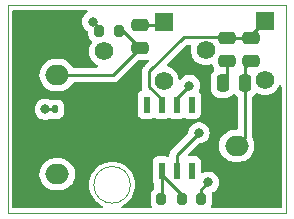
<source format=gbr>
%TF.GenerationSoftware,KiCad,Pcbnew,8.0.4-8.0.4-0~ubuntu22.04.1*%
%TF.CreationDate,2024-09-04T03:05:11+05:30*%
%TF.ProjectId,microphone_smd.step,6d696372-6f70-4686-9f6e-655f736d642e,v01*%
%TF.SameCoordinates,Original*%
%TF.FileFunction,Copper,L2,Bot*%
%TF.FilePolarity,Positive*%
%FSLAX46Y46*%
G04 Gerber Fmt 4.6, Leading zero omitted, Abs format (unit mm)*
G04 Created by KiCad (PCBNEW 8.0.4-8.0.4-0~ubuntu22.04.1) date 2024-09-04 03:05:11*
%MOMM*%
%LPD*%
G01*
G04 APERTURE LIST*
G04 Aperture macros list*
%AMRoundRect*
0 Rectangle with rounded corners*
0 $1 Rounding radius*
0 $2 $3 $4 $5 $6 $7 $8 $9 X,Y pos of 4 corners*
0 Add a 4 corners polygon primitive as box body*
4,1,4,$2,$3,$4,$5,$6,$7,$8,$9,$2,$3,0*
0 Add four circle primitives for the rounded corners*
1,1,$1+$1,$2,$3*
1,1,$1+$1,$4,$5*
1,1,$1+$1,$6,$7*
1,1,$1+$1,$8,$9*
0 Add four rect primitives between the rounded corners*
20,1,$1+$1,$2,$3,$4,$5,0*
20,1,$1+$1,$4,$5,$6,$7,0*
20,1,$1+$1,$6,$7,$8,$9,0*
20,1,$1+$1,$8,$9,$2,$3,0*%
G04 Aperture macros list end*
%TA.AperFunction,ComponentPad*%
%ADD10R,1.560000X1.560000*%
%TD*%
%TA.AperFunction,ComponentPad*%
%ADD11C,1.560000*%
%TD*%
%TA.AperFunction,ComponentPad*%
%ADD12RoundRect,0.250000X-0.750000X0.600000X-0.750000X-0.600000X0.750000X-0.600000X0.750000X0.600000X0*%
%TD*%
%TA.AperFunction,ComponentPad*%
%ADD13O,2.000000X1.700000*%
%TD*%
%TA.AperFunction,ComponentPad*%
%ADD14RoundRect,0.250000X0.750000X-0.600000X0.750000X0.600000X-0.750000X0.600000X-0.750000X-0.600000X0*%
%TD*%
%TA.AperFunction,SMDPad,CuDef*%
%ADD15R,0.533400X1.422400*%
%TD*%
%TA.AperFunction,SMDPad,CuDef*%
%ADD16RoundRect,0.200000X0.200000X0.275000X-0.200000X0.275000X-0.200000X-0.275000X0.200000X-0.275000X0*%
%TD*%
%TA.AperFunction,SMDPad,CuDef*%
%ADD17RoundRect,0.140000X0.140000X0.170000X-0.140000X0.170000X-0.140000X-0.170000X0.140000X-0.170000X0*%
%TD*%
%TA.AperFunction,SMDPad,CuDef*%
%ADD18RoundRect,0.250000X0.475000X-0.250000X0.475000X0.250000X-0.475000X0.250000X-0.475000X-0.250000X0*%
%TD*%
%TA.AperFunction,SMDPad,CuDef*%
%ADD19RoundRect,0.200000X-0.200000X-0.275000X0.200000X-0.275000X0.200000X0.275000X-0.200000X0.275000X0*%
%TD*%
%TA.AperFunction,SMDPad,CuDef*%
%ADD20RoundRect,0.250000X0.250000X0.475000X-0.250000X0.475000X-0.250000X-0.475000X0.250000X-0.475000X0*%
%TD*%
%TA.AperFunction,ViaPad*%
%ADD21C,0.800000*%
%TD*%
%TA.AperFunction,Conductor*%
%ADD22C,0.250000*%
%TD*%
%TA.AperFunction,Profile*%
%ADD23C,0.100000*%
%TD*%
G04 APERTURE END LIST*
D10*
%TO.P,R4,1*%
%TO.N,Net-(C3-Pad2)*%
X175600000Y-55900000D03*
D11*
%TO.P,R4,2*%
%TO.N,Net-(R4-Pad2)*%
X170600000Y-58400000D03*
%TO.P,R4,3*%
%TO.N,N/C*%
X175600000Y-60900000D03*
%TD*%
D10*
%TO.P,R5,1*%
%TO.N,Net-(C2-Pad2)*%
X167000000Y-56000000D03*
D11*
%TO.P,R5,2*%
%TO.N,Net-(R4-Pad2)*%
X162000000Y-58500000D03*
%TO.P,R5,3*%
%TO.N,N/C*%
X167000000Y-61000000D03*
%TD*%
D12*
%TO.P,MK1,1,-*%
%TO.N,GND*%
X158000000Y-58000000D03*
D13*
%TO.P,MK1,2,+*%
%TO.N,Net-(MK1-+)*%
X158000000Y-60500000D03*
%TD*%
D12*
%TO.P,J2,1,Pin_1*%
%TO.N,GND*%
X158000000Y-66400000D03*
D13*
%TO.P,J2,2,Pin_2*%
%TO.N,+5V*%
X158000000Y-68900000D03*
%TD*%
D14*
%TO.P,J1,1,Pin_1*%
%TO.N,GND*%
X173200000Y-69000000D03*
D13*
%TO.P,J1,2,Pin_2*%
%TO.N,Net-(J1-Pin_2)*%
X173200000Y-66500000D03*
%TD*%
D15*
%TO.P,U2,1*%
%TO.N,unconnected-(U2-Pad1)*%
X169400000Y-68594000D03*
%TO.P,U2,2*%
%TO.N,Net-(R4-Pad2)*%
X168130000Y-68594000D03*
%TO.P,U2,3*%
%TO.N,Net-(R1-Pad2)*%
X166860000Y-68594000D03*
%TO.P,U2,4*%
%TO.N,GND*%
X165590000Y-68594000D03*
%TO.P,U2,5*%
%TO.N,unconnected-(U2-Pad5)*%
X165590000Y-63006000D03*
%TO.P,U2,6*%
%TO.N,Net-(C3-Pad2)*%
X166860000Y-63006000D03*
%TO.P,U2,7*%
%TO.N,+5V*%
X168130000Y-63006000D03*
%TO.P,U2,8*%
%TO.N,N/C*%
X169400000Y-63006000D03*
%TD*%
D16*
%TO.P,R3,1*%
%TO.N,Net-(R1-Pad2)*%
X166800000Y-71000000D03*
%TO.P,R3,2*%
%TO.N,GND*%
X165150000Y-71000000D03*
%TD*%
%TO.P,R1,1*%
%TO.N,+5V*%
X170200000Y-71000000D03*
%TO.P,R1,2*%
%TO.N,Net-(R1-Pad2)*%
X168550000Y-71000000D03*
%TD*%
D17*
%TO.P,C1,1*%
%TO.N,GND*%
X158800000Y-63400000D03*
%TO.P,C1,2*%
%TO.N,+5V*%
X157840000Y-63400000D03*
%TD*%
D18*
%TO.P,C2,1*%
%TO.N,Net-(MK1-+)*%
X165000000Y-58200000D03*
%TO.P,C2,2*%
%TO.N,Net-(C2-Pad2)*%
X165000000Y-56300000D03*
%TD*%
%TO.P,C3,1*%
%TO.N,Net-(J1-Pin_2)*%
X174400000Y-59300000D03*
%TO.P,C3,2*%
%TO.N,Net-(C3-Pad2)*%
X174400000Y-57400000D03*
%TD*%
%TO.P,C4,1*%
%TO.N,Net-(C4-Pad1)*%
X172400000Y-59300000D03*
%TO.P,C4,2*%
%TO.N,Net-(C3-Pad2)*%
X172400000Y-57400000D03*
%TD*%
D19*
%TO.P,R2,1*%
%TO.N,+5V*%
X161550000Y-56800000D03*
%TO.P,R2,2*%
%TO.N,Net-(MK1-+)*%
X163200000Y-56800000D03*
%TD*%
D20*
%TO.P,C5,1*%
%TO.N,Net-(J1-Pin_2)*%
X173900000Y-61200000D03*
%TO.P,C5,2*%
%TO.N,Net-(C4-Pad1)*%
X172000000Y-61200000D03*
%TD*%
D21*
%TO.N,Net-(R4-Pad2)*%
X170000000Y-65400000D03*
%TO.N,+5V*%
X169200000Y-61400000D03*
X157000000Y-63400000D03*
X170800000Y-69600000D03*
X161000000Y-56000000D03*
%TD*%
D22*
%TO.N,Net-(MK1-+)*%
X163600000Y-56800000D02*
X165000000Y-58200000D01*
X158000000Y-60500000D02*
X162700000Y-60500000D01*
X162700000Y-60500000D02*
X165000000Y-58200000D01*
X163200000Y-56800000D02*
X163600000Y-56800000D01*
%TO.N,Net-(C2-Pad2)*%
X165000000Y-56300000D02*
X166700000Y-56300000D01*
X166700000Y-56300000D02*
X167000000Y-56000000D01*
%TO.N,Net-(J1-Pin_2)*%
X173900000Y-65800000D02*
X173200000Y-66500000D01*
X173900000Y-61200000D02*
X173900000Y-59800000D01*
X173900000Y-61200000D02*
X173900000Y-65800000D01*
X173900000Y-59800000D02*
X174400000Y-59300000D01*
%TO.N,Net-(C3-Pad2)*%
X172400000Y-57400000D02*
X174400000Y-57400000D01*
X166860000Y-62561500D02*
X165800000Y-61501500D01*
X174400000Y-57400000D02*
X174400000Y-57100000D01*
X174400000Y-57100000D02*
X175600000Y-55900000D01*
X165800000Y-60200000D02*
X168705000Y-57295000D01*
X168705000Y-57295000D02*
X172295000Y-57295000D01*
X172295000Y-57295000D02*
X172400000Y-57400000D01*
X165800000Y-61501500D02*
X165800000Y-60200000D01*
X166860000Y-63006000D02*
X166860000Y-62561500D01*
%TO.N,Net-(R1-Pad2)*%
X168550000Y-70641900D02*
X168550000Y-71000000D01*
X166860000Y-68594000D02*
X166860000Y-68951900D01*
X166860000Y-70940000D02*
X166800000Y-71000000D01*
X166860000Y-68594000D02*
X166860000Y-70940000D01*
X166860000Y-68951900D02*
X168550000Y-70641900D01*
%TO.N,Net-(R4-Pad2)*%
X168130000Y-67270000D02*
X170000000Y-65400000D01*
X168130000Y-68594000D02*
X168130000Y-67270000D01*
%TO.N,+5V*%
X157840000Y-63400000D02*
X157000000Y-63400000D01*
X168130000Y-63006000D02*
X168130000Y-62470000D01*
X170200000Y-71000000D02*
X170200000Y-70200000D01*
X161000000Y-56000000D02*
X161550000Y-56550000D01*
X170200000Y-70200000D02*
X170800000Y-69600000D01*
X168130000Y-62470000D02*
X169200000Y-61400000D01*
X161550000Y-56550000D02*
X161550000Y-56800000D01*
%TO.N,Net-(C4-Pad1)*%
X172400000Y-60800000D02*
X172000000Y-61200000D01*
X172400000Y-59300000D02*
X172400000Y-60800000D01*
%TD*%
%TA.AperFunction,Conductor*%
%TO.N,GND*%
G36*
X160529078Y-55020185D02*
G01*
X160574833Y-55072989D01*
X160584777Y-55142147D01*
X160555752Y-55205703D01*
X160534924Y-55224818D01*
X160394129Y-55327111D01*
X160267466Y-55467785D01*
X160172821Y-55631715D01*
X160172818Y-55631722D01*
X160119988Y-55794317D01*
X160114326Y-55811744D01*
X160094540Y-56000000D01*
X160114326Y-56188256D01*
X160114327Y-56188259D01*
X160172818Y-56368277D01*
X160172821Y-56368284D01*
X160267467Y-56532216D01*
X160335899Y-56608217D01*
X160394129Y-56672888D01*
X160547265Y-56784148D01*
X160547266Y-56784148D01*
X160547270Y-56784151D01*
X160575936Y-56796914D01*
X160629173Y-56842164D01*
X160649494Y-56909013D01*
X160649500Y-56910193D01*
X160649500Y-57131613D01*
X160655913Y-57202192D01*
X160655913Y-57202194D01*
X160655914Y-57202196D01*
X160706522Y-57364606D01*
X160794528Y-57510185D01*
X160914815Y-57630472D01*
X160914817Y-57630473D01*
X160918193Y-57633849D01*
X160951678Y-57695172D01*
X160946694Y-57764864D01*
X160932088Y-57792653D01*
X160886818Y-57857306D01*
X160792129Y-58060368D01*
X160792126Y-58060374D01*
X160734137Y-58276791D01*
X160734136Y-58276799D01*
X160714609Y-58499998D01*
X160714609Y-58500001D01*
X160734136Y-58723200D01*
X160734137Y-58723208D01*
X160792126Y-58939625D01*
X160792127Y-58939627D01*
X160792128Y-58939630D01*
X160840190Y-59042700D01*
X160886819Y-59142696D01*
X160886821Y-59142700D01*
X161015329Y-59326228D01*
X161015334Y-59326234D01*
X161173765Y-59484665D01*
X161173771Y-59484670D01*
X161357299Y-59613178D01*
X161357301Y-59613179D01*
X161357304Y-59613181D01*
X161410782Y-59638118D01*
X161463221Y-59684290D01*
X161482373Y-59751484D01*
X161462157Y-59818365D01*
X161408992Y-59863700D01*
X161358377Y-59874500D01*
X159422981Y-59874500D01*
X159355942Y-59854815D01*
X159312497Y-59806797D01*
X159305049Y-59792180D01*
X159180109Y-59620213D01*
X159029786Y-59469890D01*
X158857820Y-59344951D01*
X158668414Y-59248444D01*
X158668413Y-59248443D01*
X158668412Y-59248443D01*
X158466243Y-59182754D01*
X158466241Y-59182753D01*
X158466240Y-59182753D01*
X158304957Y-59157208D01*
X158256287Y-59149500D01*
X157743713Y-59149500D01*
X157695042Y-59157208D01*
X157533760Y-59182753D01*
X157331585Y-59248444D01*
X157142179Y-59344951D01*
X156970213Y-59469890D01*
X156819890Y-59620213D01*
X156694951Y-59792179D01*
X156598444Y-59981585D01*
X156532753Y-60183760D01*
X156501826Y-60379029D01*
X156499500Y-60393713D01*
X156499500Y-60606287D01*
X156501015Y-60615851D01*
X156526965Y-60779697D01*
X156532754Y-60816243D01*
X156587865Y-60985857D01*
X156598444Y-61018414D01*
X156694951Y-61207820D01*
X156819890Y-61379786D01*
X156970213Y-61530109D01*
X157142179Y-61655048D01*
X157142181Y-61655049D01*
X157142184Y-61655051D01*
X157331588Y-61751557D01*
X157533757Y-61817246D01*
X157743713Y-61850500D01*
X157743714Y-61850500D01*
X158256286Y-61850500D01*
X158256287Y-61850500D01*
X158466243Y-61817246D01*
X158668412Y-61751557D01*
X158857816Y-61655051D01*
X158979188Y-61566870D01*
X159029786Y-61530109D01*
X159029788Y-61530106D01*
X159029792Y-61530104D01*
X159180104Y-61379792D01*
X159180106Y-61379788D01*
X159180109Y-61379786D01*
X159305049Y-61207819D01*
X159312497Y-61193203D01*
X159360473Y-61142408D01*
X159422981Y-61125500D01*
X162761607Y-61125500D01*
X162822029Y-61113481D01*
X162882452Y-61101463D01*
X162882455Y-61101461D01*
X162882458Y-61101461D01*
X162915787Y-61087654D01*
X162915786Y-61087654D01*
X162915792Y-61087652D01*
X162996286Y-61054312D01*
X163047509Y-61020084D01*
X163050009Y-61018414D01*
X163060271Y-61011556D01*
X163098733Y-60985858D01*
X163185858Y-60898733D01*
X163185859Y-60898731D01*
X163192925Y-60891665D01*
X163192928Y-60891661D01*
X164847771Y-59236818D01*
X164909094Y-59203333D01*
X164935452Y-59200499D01*
X165525002Y-59200499D01*
X165525008Y-59200499D01*
X165612530Y-59191558D01*
X165681221Y-59204327D01*
X165732105Y-59252208D01*
X165749026Y-59319998D01*
X165726610Y-59386174D01*
X165712811Y-59402597D01*
X165401269Y-59714140D01*
X165314144Y-59801264D01*
X165314138Y-59801272D01*
X165279914Y-59852489D01*
X165279915Y-59852490D01*
X165245691Y-59903708D01*
X165245684Y-59903721D01*
X165231507Y-59937948D01*
X165231508Y-59937949D01*
X165199455Y-60015333D01*
X165198537Y-60017549D01*
X165198537Y-60017550D01*
X165175717Y-60132279D01*
X165175715Y-60132284D01*
X165174501Y-60138383D01*
X165174500Y-60138391D01*
X165174500Y-60138394D01*
X165174500Y-61563106D01*
X165198537Y-61683952D01*
X165198538Y-61683954D01*
X165199726Y-61689927D01*
X165198360Y-61690198D01*
X165198919Y-61753033D01*
X165161667Y-61812144D01*
X165122970Y-61835338D01*
X165080970Y-61851003D01*
X165080964Y-61851006D01*
X164965755Y-61937252D01*
X164965752Y-61937255D01*
X164879506Y-62052464D01*
X164879502Y-62052471D01*
X164829208Y-62187317D01*
X164822801Y-62246916D01*
X164822801Y-62246923D01*
X164822800Y-62246935D01*
X164822800Y-63765070D01*
X164822801Y-63765076D01*
X164829208Y-63824683D01*
X164879502Y-63959528D01*
X164879506Y-63959535D01*
X164965752Y-64074744D01*
X164965755Y-64074747D01*
X165080964Y-64160993D01*
X165080971Y-64160997D01*
X165106649Y-64170574D01*
X165215817Y-64211291D01*
X165275427Y-64217700D01*
X165904572Y-64217699D01*
X165964183Y-64211291D01*
X166099031Y-64160996D01*
X166150689Y-64122324D01*
X166216152Y-64097907D01*
X166284425Y-64112758D01*
X166299306Y-64122321D01*
X166350965Y-64160993D01*
X166350968Y-64160995D01*
X166350971Y-64160997D01*
X166376649Y-64170574D01*
X166485817Y-64211291D01*
X166545427Y-64217700D01*
X167174572Y-64217699D01*
X167234183Y-64211291D01*
X167369031Y-64160996D01*
X167420689Y-64122324D01*
X167486152Y-64097907D01*
X167554425Y-64112758D01*
X167569306Y-64122321D01*
X167620965Y-64160993D01*
X167620968Y-64160995D01*
X167620971Y-64160997D01*
X167646649Y-64170574D01*
X167755817Y-64211291D01*
X167815427Y-64217700D01*
X168444572Y-64217699D01*
X168504183Y-64211291D01*
X168639031Y-64160996D01*
X168690689Y-64122324D01*
X168756152Y-64097907D01*
X168824425Y-64112758D01*
X168839306Y-64122321D01*
X168890965Y-64160993D01*
X168890968Y-64160995D01*
X168890971Y-64160997D01*
X168916649Y-64170574D01*
X169025817Y-64211291D01*
X169085427Y-64217700D01*
X169714572Y-64217699D01*
X169774183Y-64211291D01*
X169909031Y-64160996D01*
X170024246Y-64074746D01*
X170110496Y-63959531D01*
X170160791Y-63824683D01*
X170167200Y-63765073D01*
X170167199Y-62246928D01*
X170160791Y-62187317D01*
X170152789Y-62165863D01*
X170110497Y-62052471D01*
X170110493Y-62052464D01*
X170019841Y-61931369D01*
X169995423Y-61865905D01*
X170010274Y-61797632D01*
X170011700Y-61795093D01*
X170027179Y-61768284D01*
X170085674Y-61588256D01*
X170105460Y-61400000D01*
X170085674Y-61211744D01*
X170027179Y-61031716D01*
X169932533Y-60867784D01*
X169805871Y-60727112D01*
X169805870Y-60727111D01*
X169652734Y-60615851D01*
X169652729Y-60615848D01*
X169479807Y-60538857D01*
X169479802Y-60538855D01*
X169334001Y-60507865D01*
X169294646Y-60499500D01*
X169105354Y-60499500D01*
X169072897Y-60506398D01*
X168920197Y-60538855D01*
X168920192Y-60538857D01*
X168747270Y-60615848D01*
X168747265Y-60615851D01*
X168594129Y-60727111D01*
X168594128Y-60727112D01*
X168481794Y-60851871D01*
X168422308Y-60888519D01*
X168352451Y-60887188D01*
X168294403Y-60848301D01*
X168266593Y-60784204D01*
X168266121Y-60779750D01*
X168265863Y-60776794D01*
X168207872Y-60560370D01*
X168113181Y-60357305D01*
X167984667Y-60173767D01*
X167826233Y-60015333D01*
X167826229Y-60015330D01*
X167826228Y-60015329D01*
X167642700Y-59886821D01*
X167642696Y-59886819D01*
X167569077Y-59852490D01*
X167439630Y-59792128D01*
X167439627Y-59792127D01*
X167439625Y-59792126D01*
X167373282Y-59774350D01*
X167313622Y-59737985D01*
X167283093Y-59675138D01*
X167291388Y-59605762D01*
X167317692Y-59566897D01*
X168927772Y-57956819D01*
X168989095Y-57923334D01*
X169015453Y-57920500D01*
X169241211Y-57920500D01*
X169308250Y-57940185D01*
X169354005Y-57992989D01*
X169363949Y-58062147D01*
X169360986Y-58076594D01*
X169334137Y-58176792D01*
X169334136Y-58176799D01*
X169314609Y-58399998D01*
X169314609Y-58400001D01*
X169334136Y-58623200D01*
X169334137Y-58623208D01*
X169392126Y-58839625D01*
X169392127Y-58839627D01*
X169392128Y-58839630D01*
X169438759Y-58939630D01*
X169486819Y-59042696D01*
X169486821Y-59042700D01*
X169615329Y-59226228D01*
X169615334Y-59226234D01*
X169773765Y-59384665D01*
X169773771Y-59384670D01*
X169957299Y-59513178D01*
X169957301Y-59513179D01*
X169957304Y-59513181D01*
X170160370Y-59607872D01*
X170376794Y-59665863D01*
X170536226Y-59679811D01*
X170599998Y-59685391D01*
X170600000Y-59685391D01*
X170600002Y-59685391D01*
X170655801Y-59680509D01*
X170823206Y-59665863D01*
X171031866Y-59609952D01*
X171101712Y-59611615D01*
X171159574Y-59650777D01*
X171181801Y-59696724D01*
X171182871Y-59696370D01*
X171240185Y-59869331D01*
X171240189Y-59869340D01*
X171304768Y-59974040D01*
X171323208Y-60041432D01*
X171302285Y-60108096D01*
X171285530Y-60126260D01*
X171286451Y-60127181D01*
X171157289Y-60256342D01*
X171065187Y-60405663D01*
X171065185Y-60405668D01*
X171058851Y-60424784D01*
X171010001Y-60572203D01*
X171010001Y-60572204D01*
X171010000Y-60572204D01*
X170999500Y-60674983D01*
X170999500Y-61725001D01*
X170999501Y-61725019D01*
X171010000Y-61827796D01*
X171010001Y-61827799D01*
X171065185Y-61994331D01*
X171065187Y-61994336D01*
X171076809Y-62013178D01*
X171157288Y-62143656D01*
X171281344Y-62267712D01*
X171430666Y-62359814D01*
X171597203Y-62414999D01*
X171699991Y-62425500D01*
X172300008Y-62425499D01*
X172300016Y-62425498D01*
X172300019Y-62425498D01*
X172356302Y-62419748D01*
X172402797Y-62414999D01*
X172569334Y-62359814D01*
X172718656Y-62267712D01*
X172842712Y-62143656D01*
X172844461Y-62140819D01*
X172846169Y-62139283D01*
X172847193Y-62137989D01*
X172847414Y-62138163D01*
X172896406Y-62094096D01*
X172965368Y-62082872D01*
X173029451Y-62110713D01*
X173055537Y-62140817D01*
X173057288Y-62143656D01*
X173057289Y-62143657D01*
X173057290Y-62143658D01*
X173181345Y-62267713D01*
X173215594Y-62288837D01*
X173262320Y-62340784D01*
X173274500Y-62394377D01*
X173274500Y-65025500D01*
X173254815Y-65092539D01*
X173202011Y-65138294D01*
X173150500Y-65149500D01*
X172943713Y-65149500D01*
X172895042Y-65157208D01*
X172733760Y-65182753D01*
X172531585Y-65248444D01*
X172342179Y-65344951D01*
X172170213Y-65469890D01*
X172019890Y-65620213D01*
X171894951Y-65792179D01*
X171798444Y-65981585D01*
X171732753Y-66183760D01*
X171699500Y-66393713D01*
X171699500Y-66606286D01*
X171727669Y-66784142D01*
X171732754Y-66816243D01*
X171798442Y-67018410D01*
X171798444Y-67018414D01*
X171894951Y-67207820D01*
X172019890Y-67379786D01*
X172170213Y-67530109D01*
X172342179Y-67655048D01*
X172342181Y-67655049D01*
X172342184Y-67655051D01*
X172531588Y-67751557D01*
X172733757Y-67817246D01*
X172943713Y-67850500D01*
X172943714Y-67850500D01*
X173456286Y-67850500D01*
X173456287Y-67850500D01*
X173666243Y-67817246D01*
X173868412Y-67751557D01*
X174057816Y-67655051D01*
X174157325Y-67582754D01*
X174229786Y-67530109D01*
X174229788Y-67530106D01*
X174229792Y-67530104D01*
X174380104Y-67379792D01*
X174380106Y-67379788D01*
X174380109Y-67379786D01*
X174505048Y-67207820D01*
X174505047Y-67207820D01*
X174505051Y-67207816D01*
X174601557Y-67018412D01*
X174667246Y-66816243D01*
X174700500Y-66606287D01*
X174700500Y-66393713D01*
X174667246Y-66183757D01*
X174601557Y-65981588D01*
X174576400Y-65932214D01*
X174539015Y-65858840D01*
X174525500Y-65802546D01*
X174525500Y-62394377D01*
X174545185Y-62327338D01*
X174584406Y-62288837D01*
X174618654Y-62267713D01*
X174618653Y-62267713D01*
X174618656Y-62267712D01*
X174742712Y-62143656D01*
X174795215Y-62058533D01*
X174847162Y-62011809D01*
X174916125Y-62000586D01*
X174953159Y-62011248D01*
X174957303Y-62013180D01*
X174957304Y-62013181D01*
X175160370Y-62107872D01*
X175376794Y-62165863D01*
X175536226Y-62179811D01*
X175599998Y-62185391D01*
X175600000Y-62185391D01*
X175600002Y-62185391D01*
X175655801Y-62180509D01*
X175823206Y-62165863D01*
X176039630Y-62107872D01*
X176242696Y-62013181D01*
X176426233Y-61884667D01*
X176584667Y-61726233D01*
X176713181Y-61542696D01*
X176763118Y-61435604D01*
X176809290Y-61383166D01*
X176876484Y-61364014D01*
X176943365Y-61384230D01*
X176988699Y-61437395D01*
X176999500Y-61488010D01*
X176999500Y-71675500D01*
X176979815Y-71742539D01*
X176927011Y-71788294D01*
X176875500Y-71799500D01*
X171121337Y-71799500D01*
X171054298Y-71779815D01*
X171008543Y-71727011D01*
X170998599Y-71657853D01*
X171015220Y-71611350D01*
X171025529Y-71594297D01*
X171043478Y-71564606D01*
X171094086Y-71402196D01*
X171100500Y-71331616D01*
X171100500Y-70668384D01*
X171094086Y-70597804D01*
X171087763Y-70577515D01*
X171086611Y-70507658D01*
X171123410Y-70448265D01*
X171155706Y-70427349D01*
X171252730Y-70384151D01*
X171405871Y-70272888D01*
X171532533Y-70132216D01*
X171627179Y-69968284D01*
X171685674Y-69788256D01*
X171705460Y-69600000D01*
X171685674Y-69411744D01*
X171627179Y-69231716D01*
X171532533Y-69067784D01*
X171405871Y-68927112D01*
X171405870Y-68927111D01*
X171252734Y-68815851D01*
X171252729Y-68815848D01*
X171079807Y-68738857D01*
X171079802Y-68738855D01*
X170934001Y-68707865D01*
X170894646Y-68699500D01*
X170705354Y-68699500D01*
X170672897Y-68706398D01*
X170520197Y-68738855D01*
X170520192Y-68738857D01*
X170341635Y-68818357D01*
X170272385Y-68827642D01*
X170209108Y-68798014D01*
X170171895Y-68738879D01*
X170167199Y-68705078D01*
X170167199Y-67834929D01*
X170167198Y-67834923D01*
X170167197Y-67834916D01*
X170160791Y-67775317D01*
X170151928Y-67751555D01*
X170110497Y-67640471D01*
X170110493Y-67640464D01*
X170024247Y-67525255D01*
X170024244Y-67525252D01*
X169909035Y-67439006D01*
X169909028Y-67439002D01*
X169774186Y-67388710D01*
X169774185Y-67388709D01*
X169774183Y-67388709D01*
X169714573Y-67382300D01*
X169714564Y-67382300D01*
X169201650Y-67382300D01*
X169134611Y-67362615D01*
X169088856Y-67309811D01*
X169078912Y-67240653D01*
X169107937Y-67177097D01*
X169113947Y-67170641D01*
X169947772Y-66336819D01*
X170009095Y-66303334D01*
X170035453Y-66300500D01*
X170094644Y-66300500D01*
X170094646Y-66300500D01*
X170279803Y-66261144D01*
X170452730Y-66184151D01*
X170605871Y-66072888D01*
X170732533Y-65932216D01*
X170827179Y-65768284D01*
X170885674Y-65588256D01*
X170905460Y-65400000D01*
X170885674Y-65211744D01*
X170827179Y-65031716D01*
X170732533Y-64867784D01*
X170605871Y-64727112D01*
X170605870Y-64727111D01*
X170452734Y-64615851D01*
X170452729Y-64615848D01*
X170279807Y-64538857D01*
X170279802Y-64538855D01*
X170134001Y-64507865D01*
X170094646Y-64499500D01*
X169905354Y-64499500D01*
X169872897Y-64506398D01*
X169720197Y-64538855D01*
X169720192Y-64538857D01*
X169547270Y-64615848D01*
X169547265Y-64615851D01*
X169394129Y-64727111D01*
X169267466Y-64867785D01*
X169172821Y-65031715D01*
X169172818Y-65031722D01*
X169123745Y-65182754D01*
X169114326Y-65211744D01*
X169110469Y-65248443D01*
X169096679Y-65379649D01*
X169070094Y-65444263D01*
X169061039Y-65454368D01*
X167909123Y-66606286D01*
X167731269Y-66784140D01*
X167731267Y-66784142D01*
X167699170Y-66816239D01*
X167644144Y-66871264D01*
X167644142Y-66871267D01*
X167625790Y-66898733D01*
X167625789Y-66898735D01*
X167625788Y-66898734D01*
X167575689Y-66973712D01*
X167575686Y-66973716D01*
X167557173Y-67018410D01*
X167557174Y-67018411D01*
X167528537Y-67087549D01*
X167528535Y-67087556D01*
X167504500Y-67208389D01*
X167504500Y-67310937D01*
X167484815Y-67377976D01*
X167432011Y-67423731D01*
X167362853Y-67433675D01*
X167337167Y-67427119D01*
X167234186Y-67388710D01*
X167234185Y-67388709D01*
X167234183Y-67388709D01*
X167174573Y-67382300D01*
X167174563Y-67382300D01*
X166545429Y-67382300D01*
X166545423Y-67382301D01*
X166485816Y-67388708D01*
X166350971Y-67439002D01*
X166350964Y-67439006D01*
X166235755Y-67525252D01*
X166235752Y-67525255D01*
X166149506Y-67640464D01*
X166149502Y-67640471D01*
X166099208Y-67775317D01*
X166094701Y-67817246D01*
X166092801Y-67834923D01*
X166092800Y-67834935D01*
X166092800Y-69353070D01*
X166092801Y-69353076D01*
X166099208Y-69412683D01*
X166149502Y-69547528D01*
X166149504Y-69547531D01*
X166209766Y-69628030D01*
X166234184Y-69693493D01*
X166234500Y-69702341D01*
X166234500Y-70057465D01*
X166214815Y-70124504D01*
X166174652Y-70163580D01*
X166164819Y-70169524D01*
X166164811Y-70169530D01*
X166044530Y-70289811D01*
X165956522Y-70435393D01*
X165905913Y-70597807D01*
X165899500Y-70668386D01*
X165899500Y-71331613D01*
X165905913Y-71402192D01*
X165905913Y-71402194D01*
X165905914Y-71402196D01*
X165925000Y-71463446D01*
X165956522Y-71564606D01*
X165984780Y-71611350D01*
X166002616Y-71678905D01*
X165981098Y-71745379D01*
X165927058Y-71789666D01*
X165878663Y-71799500D01*
X163543926Y-71799500D01*
X163476887Y-71779815D01*
X163431132Y-71727011D01*
X163421188Y-71657853D01*
X163450213Y-71594297D01*
X163484499Y-71566668D01*
X163673534Y-71463446D01*
X163707213Y-71445056D01*
X163930568Y-71277855D01*
X164127855Y-71080568D01*
X164295056Y-70857213D01*
X164428769Y-70612337D01*
X164526271Y-70350923D01*
X164585578Y-70078294D01*
X164605482Y-69800000D01*
X164603725Y-69775440D01*
X164595665Y-69662746D01*
X164585578Y-69521706D01*
X164526271Y-69249077D01*
X164428769Y-68987663D01*
X164334950Y-68815848D01*
X164295059Y-68742792D01*
X164295054Y-68742784D01*
X164127861Y-68519439D01*
X164127845Y-68519421D01*
X163930578Y-68322154D01*
X163930560Y-68322138D01*
X163707215Y-68154945D01*
X163707207Y-68154940D01*
X163462342Y-68021233D01*
X163462338Y-68021231D01*
X163363230Y-67984266D01*
X163200923Y-67923729D01*
X163200919Y-67923728D01*
X163200916Y-67923727D01*
X162928299Y-67864422D01*
X162650001Y-67844518D01*
X162649999Y-67844518D01*
X162371700Y-67864422D01*
X162099083Y-67923727D01*
X162099078Y-67923728D01*
X162099077Y-67923729D01*
X162035875Y-67947301D01*
X161837661Y-68021231D01*
X161837657Y-68021233D01*
X161592792Y-68154940D01*
X161592784Y-68154945D01*
X161369439Y-68322138D01*
X161369421Y-68322154D01*
X161172154Y-68519421D01*
X161172138Y-68519439D01*
X161004945Y-68742784D01*
X161004940Y-68742792D01*
X160871233Y-68987657D01*
X160871231Y-68987661D01*
X160841347Y-69067785D01*
X160785976Y-69216243D01*
X160773727Y-69249083D01*
X160714422Y-69521700D01*
X160694518Y-69799998D01*
X160694518Y-69800001D01*
X160714422Y-70078299D01*
X160773727Y-70350916D01*
X160773729Y-70350923D01*
X160793834Y-70404827D01*
X160871231Y-70612338D01*
X160871233Y-70612342D01*
X161004940Y-70857207D01*
X161004945Y-70857215D01*
X161172138Y-71080560D01*
X161172154Y-71080578D01*
X161369421Y-71277845D01*
X161369439Y-71277861D01*
X161592784Y-71445054D01*
X161592792Y-71445059D01*
X161815501Y-71566668D01*
X161864906Y-71616073D01*
X161879758Y-71684346D01*
X161855341Y-71749811D01*
X161799407Y-71791682D01*
X161756074Y-71799500D01*
X154324500Y-71799500D01*
X154257461Y-71779815D01*
X154211706Y-71727011D01*
X154200500Y-71675500D01*
X154200500Y-68793713D01*
X156499500Y-68793713D01*
X156499500Y-69006287D01*
X156532754Y-69216243D01*
X156596276Y-69411744D01*
X156598444Y-69418414D01*
X156694951Y-69607820D01*
X156819890Y-69779786D01*
X156970213Y-69930109D01*
X157142179Y-70055048D01*
X157142181Y-70055049D01*
X157142184Y-70055051D01*
X157331588Y-70151557D01*
X157533757Y-70217246D01*
X157743713Y-70250500D01*
X157743714Y-70250500D01*
X158256286Y-70250500D01*
X158256287Y-70250500D01*
X158466243Y-70217246D01*
X158668412Y-70151557D01*
X158857816Y-70055051D01*
X158918145Y-70011220D01*
X159029786Y-69930109D01*
X159029788Y-69930106D01*
X159029792Y-69930104D01*
X159180104Y-69779792D01*
X159180106Y-69779788D01*
X159180109Y-69779786D01*
X159305048Y-69607820D01*
X159305047Y-69607820D01*
X159305051Y-69607816D01*
X159401557Y-69418412D01*
X159467246Y-69216243D01*
X159500500Y-69006287D01*
X159500500Y-68793713D01*
X159467246Y-68583757D01*
X159401557Y-68381588D01*
X159305051Y-68192184D01*
X159305049Y-68192181D01*
X159305048Y-68192179D01*
X159180109Y-68020213D01*
X159029786Y-67869890D01*
X158857820Y-67744951D01*
X158668414Y-67648444D01*
X158668413Y-67648443D01*
X158668412Y-67648443D01*
X158466243Y-67582754D01*
X158466241Y-67582753D01*
X158466240Y-67582753D01*
X158304957Y-67557208D01*
X158256287Y-67549500D01*
X157743713Y-67549500D01*
X157695042Y-67557208D01*
X157533760Y-67582753D01*
X157331585Y-67648444D01*
X157142179Y-67744951D01*
X156970213Y-67869890D01*
X156819890Y-68020213D01*
X156694951Y-68192179D01*
X156598444Y-68381585D01*
X156532753Y-68583760D01*
X156508188Y-68738857D01*
X156499500Y-68793713D01*
X154200500Y-68793713D01*
X154200500Y-63400000D01*
X156094540Y-63400000D01*
X156114326Y-63588256D01*
X156114327Y-63588259D01*
X156172818Y-63768277D01*
X156172821Y-63768284D01*
X156267467Y-63932216D01*
X156382867Y-64060380D01*
X156394129Y-64072888D01*
X156547265Y-64184148D01*
X156547270Y-64184151D01*
X156720192Y-64261142D01*
X156720197Y-64261144D01*
X156905354Y-64300500D01*
X156905355Y-64300500D01*
X157094644Y-64300500D01*
X157094646Y-64300500D01*
X157279803Y-64261144D01*
X157437107Y-64191106D01*
X157506356Y-64181822D01*
X157522134Y-64185309D01*
X157599007Y-64207643D01*
X157635310Y-64210500D01*
X157635318Y-64210500D01*
X158044682Y-64210500D01*
X158044690Y-64210500D01*
X158080993Y-64207643D01*
X158080995Y-64207642D01*
X158080997Y-64207642D01*
X158121975Y-64195736D01*
X158236395Y-64162494D01*
X158375687Y-64080117D01*
X158490117Y-63965687D01*
X158572494Y-63826395D01*
X158617643Y-63670993D01*
X158620500Y-63634690D01*
X158620500Y-63165310D01*
X158617643Y-63129007D01*
X158572494Y-62973605D01*
X158490117Y-62834313D01*
X158490115Y-62834311D01*
X158490112Y-62834307D01*
X158375692Y-62719887D01*
X158375684Y-62719881D01*
X158236393Y-62637505D01*
X158236390Y-62637504D01*
X158080997Y-62592357D01*
X158080991Y-62592356D01*
X158044697Y-62589500D01*
X158044690Y-62589500D01*
X157635310Y-62589500D01*
X157635302Y-62589500D01*
X157599013Y-62592356D01*
X157599009Y-62592356D01*
X157599007Y-62592357D01*
X157599004Y-62592358D01*
X157522133Y-62614690D01*
X157452264Y-62614489D01*
X157437107Y-62608893D01*
X157373432Y-62580542D01*
X157279806Y-62538857D01*
X157279802Y-62538855D01*
X157134001Y-62507865D01*
X157094646Y-62499500D01*
X156905354Y-62499500D01*
X156872897Y-62506398D01*
X156720197Y-62538855D01*
X156720192Y-62538857D01*
X156547270Y-62615848D01*
X156547265Y-62615851D01*
X156394129Y-62727111D01*
X156267466Y-62867785D01*
X156172821Y-63031715D01*
X156172818Y-63031722D01*
X156129416Y-63165302D01*
X156114326Y-63211744D01*
X156094540Y-63400000D01*
X154200500Y-63400000D01*
X154200500Y-55124500D01*
X154220185Y-55057461D01*
X154272989Y-55011706D01*
X154324500Y-55000500D01*
X160462039Y-55000500D01*
X160529078Y-55020185D01*
G37*
%TD.AperFunction*%
%TD*%
D23*
X153800000Y-54600000D02*
X177400000Y-54600000D01*
X177400000Y-72200000D01*
X153800000Y-72200000D01*
X153800000Y-54600000D01*
X164200000Y-69800000D02*
G75*
G02*
X161100000Y-69800000I-1550000J0D01*
G01*
X161100000Y-69800000D02*
G75*
G02*
X164200000Y-69800000I1550000J0D01*
G01*
M02*

</source>
